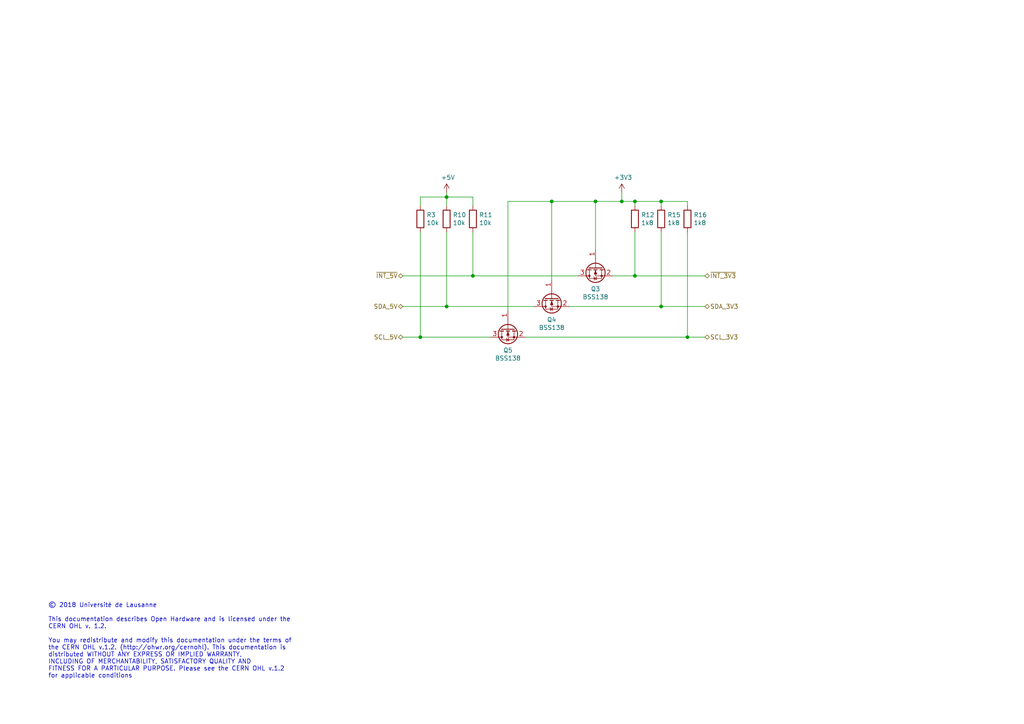
<source format=kicad_sch>
(kicad_sch (version 20231120) (generator "eeschema") (generator_version "8.0")
  (paper "A4")
  (title_block (title "I2C 5V / 3V3 Level Shifter") (date "06/11/2018") (rev "A") (company "Université de Lausanne") (comment 1 "Author: Alexandre Tuleu") (comment 2 "Licensed under the CERN OHL v1.2"))
  (lib_symbols
    (symbol "Device:R" (pin_numbers hide) (pin_names (offset 0))
      (property "Reference" "R" (at 2.032 0 90))
      (property "Value" "R" (at 0 0 90))
      (symbol "R_0_1"
        (rectangle (start -1.016 -2.54) (end 1.016 2.54) (stroke (width 0.254)))
      )
      (symbol "R_1_1"
        (pin passive line (at 0 3.81 270) (length 1.27) (name "~") (number "1"))
        (pin passive line (at 0 -3.81 90) (length 1.27) (name "~") (number "2"))
      )
    )
    (symbol "Transistor_FET:BSS138" (pin_names hide)
      (property "Reference" "Q" (at 5.08 1.905 0))
      (property "Value" "BSS138" (at 5.08 0 0))
      (symbol "BSS138_0_1"
        (polyline (pts (xy 0.254 0) (xy -2.54 0)))
        (polyline (pts (xy 0.254 1.905) (xy 0.254 -1.905)) (stroke (width 0.254)))
        (polyline (pts (xy 0.762 -1.27) (xy 0.762 -2.286)) (stroke (width 0.254)))
        (polyline (pts (xy 0.762 0.508) (xy 0.762 -0.508)) (stroke (width 0.254)))
        (polyline (pts (xy 0.762 2.286) (xy 0.762 1.27)) (stroke (width 0.254)))
        (polyline (pts (xy 2.54 2.54) (xy 2.54 1.778)))
        (polyline (pts (xy 2.54 -2.54) (xy 2.54 0) (xy 0.762 0)))
        (polyline (pts (xy 0.762 -1.778) (xy 3.302 -1.778) (xy 3.302 1.778) (xy 0.762 1.778)))
        (polyline (pts (xy 1.016 0) (xy 2.032 0.381) (xy 2.032 -0.381) (xy 1.016 0)) (fill (type outline)))
        (polyline (pts (xy 2.794 0.508) (xy 2.921 0.381) (xy 3.683 0.381) (xy 3.81 0.254)))
        (polyline (pts (xy 3.302 0.381) (xy 2.921 -0.254) (xy 3.683 -0.254) (xy 3.302 0.381)))
        (circle (center 1.651 0) (radius 2.794) (stroke (width 0.254)))
        (circle (center 2.54 -1.778) (radius 0.254) (fill (type outline)))
        (circle (center 2.54 1.778) (radius 0.254) (fill (type outline)))
      )
      (symbol "BSS138_1_1"
        (pin input line (at -5.08 0 0) (length 2.54) (name "G") (number "1"))
        (pin passive line (at 2.54 -5.08 90) (length 2.54) (name "S") (number "2"))
        (pin passive line (at 2.54 5.08 270) (length 2.54) (name "D") (number "3"))
      )
    )
    (symbol "zeus-rescue:+3V3-power" (power) (pin_names (offset 0))
      (property "Value" "power_+3V3" (at 0 3.556 0))
      (symbol "+3V3-power_0_1"
        (polyline (pts (xy -0.762 1.27) (xy 0 2.54)))
        (polyline (pts (xy 0 0) (xy 0 2.54)))
        (polyline (pts (xy 0 2.54) (xy 0.762 1.27)))
      )
      (symbol "+3V3-power_1_1"
        (pin power_in line (at 0 0 90) (length 0) hide (name "+3V3") (number "1"))
      )
    )
    (symbol "zeus-rescue:+5V-power" (power) (pin_names (offset 0))
      (property "Value" "power_+5V" (at 0 3.556 0))
      (symbol "+5V-power_0_1"
        (polyline (pts (xy -0.762 1.27) (xy 0 2.54)))
        (polyline (pts (xy 0 0) (xy 0 2.54)))
        (polyline (pts (xy 0 2.54) (xy 0.762 1.27)))
      )
      (symbol "+5V-power_1_1"
        (pin power_in line (at 0 0 90) (length 0) hide (name "+5V") (number "1"))
      )
    )
  )
  (junction (at 180.34 58.42))
  (junction (at 129.54 57.15))
  (junction (at 191.77 58.42))
  (junction (at 199.39 97.79))
  (junction (at 184.15 58.42))
  (junction (at 121.92 97.79))
  (junction (at 184.15 80.01))
  (junction (at 172.72 58.42))
  (junction (at 137.16 80.01))
  (junction (at 129.54 88.9))
  (junction (at 160.02 58.42))
  (junction (at 191.77 88.9))
  (wire (pts (xy 191.77 58.42) (xy 199.39 58.42)))
  (wire (pts (xy 199.39 97.79) (xy 204.47 97.79)))
  (wire (pts (xy 152.4 97.79) (xy 199.39 97.79)))
  (wire (pts (xy 129.54 57.15) (xy 129.54 59.69)))
  (wire (pts (xy 180.34 58.42) (xy 180.34 55.88)))
  (wire (pts (xy 160.02 81.28) (xy 160.02 58.42)))
  (wire (pts (xy 116.84 97.79) (xy 121.92 97.79)))
  (wire (pts (xy 172.72 58.42) (xy 180.34 58.42)))
  (wire (pts (xy 116.84 80.01) (xy 137.16 80.01)))
  (wire (pts (xy 191.77 88.9) (xy 204.47 88.9)))
  (wire (pts (xy 129.54 88.9) (xy 154.94 88.9)))
  (wire (pts (xy 184.15 67.31) (xy 184.15 80.01)))
  (wire (pts (xy 137.16 80.01) (xy 137.16 67.31)))
  (wire (pts (xy 184.15 58.42) (xy 184.15 59.69)))
  (wire (pts (xy 129.54 67.31) (xy 129.54 88.9)))
  (wire (pts (xy 121.92 57.15) (xy 129.54 57.15)))
  (wire (pts (xy 129.54 57.15) (xy 129.54 55.88)))
  (wire (pts (xy 191.77 88.9) (xy 165.1 88.9)))
  (wire (pts (xy 199.39 67.31) (xy 199.39 97.79)))
  (wire (pts (xy 191.77 58.42) (xy 191.77 59.69)))
  (wire (pts (xy 180.34 58.42) (xy 184.15 58.42)))
  (wire (pts (xy 204.47 80.01) (xy 184.15 80.01)))
  (wire (pts (xy 129.54 57.15) (xy 137.16 57.15)))
  (wire (pts (xy 147.32 58.42) (xy 160.02 58.42)))
  (wire (pts (xy 184.15 80.01) (xy 177.8 80.01)))
  (wire (pts (xy 160.02 58.42) (xy 172.72 58.42)))
  (wire (pts (xy 184.15 58.42) (xy 191.77 58.42)))
  (wire (pts (xy 116.84 88.9) (xy 129.54 88.9)))
  (wire (pts (xy 142.24 97.79) (xy 121.92 97.79)))
  (wire (pts (xy 121.92 59.69) (xy 121.92 57.15)))
  (wire (pts (xy 147.32 90.17) (xy 147.32 58.42)))
  (wire (pts (xy 167.64 80.01) (xy 137.16 80.01)))
  (wire (pts (xy 199.39 58.42) (xy 199.39 59.69)))
  (wire (pts (xy 121.92 97.79) (xy 121.92 67.31)))
  (wire (pts (xy 172.72 72.39) (xy 172.72 58.42)))
  (wire (pts (xy 191.77 67.31) (xy 191.77 88.9)))
  (wire (pts (xy 137.16 57.15) (xy 137.16 59.69)))
  (text "© 2018 Université de Lausanne\n\nThis documentation describes Open Hardware and is licensed under the\nCERN OHL v. 1.2.\n\nYou may redistribute and modify this documentation under the terms of\nthe CERN OHL v.1.2. (http://ohwr.org/cernohl). This documentation is\ndistributed WITHOUT ANY EXPRESS OR IMPLIED WARRANTY,\nINCLUDING OF MERCHANTABILITY, SATISFACTORY QUALITY AND\nFITNESS FOR A PARTICULAR PURPOSE. Please see the CERN OHL v.1.2\nfor applicable conditions" (at 13.97 196.85 0) (effects (font (size 1.27 1.27)) (justify left bottom)))
  (hierarchical_label "SDA_5V" (shape bidirectional) (at 116.84 88.9 180))
  (hierarchical_label "~{INT_3V3}" (shape bidirectional) (at 204.47 80.01 0))
  (hierarchical_label "SCL_3V3" (shape bidirectional) (at 204.47 97.79 0))
  (hierarchical_label "SDA_3V3" (shape bidirectional) (at 204.47 88.9 0))
  (hierarchical_label "SCL_5V" (shape bidirectional) (at 116.84 97.79 180))
  (hierarchical_label "~{INT_5V}" (shape bidirectional) (at 116.84 80.01 180))
  (symbol (lib_id "Transistor_FET:BSS138") (at 147.32 95.25 90) (mirror x) (unit 1)
    (property "Reference" "Q5" (at 147.32 101.6 90))
    (property "Value" "BSS138" (at 147.32 103.9114 90))
    (property "Footprint" "Package_TO_SOT_SMD:SOT-23" (effects (hide yes)))
    (property "Datasheet" "https://www.fairchildsemi.com/datasheets/BS/BSS138.pdf" (effects (hide yes)))
    (property "Description" "BSS138" (effects (hide yes)))
    (property "MPN" "BSS138" (effects (hide yes)))
  )
  (symbol (lib_id "zeus-rescue:+5V-power") (at 129.54 55.88 0) (unit 1)
    (property "Reference" "#PWR07" (effects (hide yes)))
    (property "Value" "+5V" (at 129.921 51.4858 0))
  )
  (symbol (lib_id "zeus-rescue:+3V3-power") (at 180.34 55.88 0) (unit 1)
    (property "Reference" "#PWR0117" (effects (hide yes)))
    (property "Value" "+3V3" (at 180.721 51.4858 0))
  )
  (symbol (lib_id "Transistor_FET:BSS138") (at 160.02 86.36 90) (mirror x) (unit 1)
    (property "Reference" "Q4" (at 160.02 92.71 90))
    (property "Value" "BSS138" (at 160.02 95.0214 90))
    (property "Footprint" "Package_TO_SOT_SMD:SOT-23" (effects (hide yes)))
    (property "Datasheet" "https://www.fairchildsemi.com/datasheets/BS/BSS138.pdf" (effects (hide yes)))
    (property "Description" "BSS138" (effects (hide yes)))
    (property "MPN" "BSS138" (effects (hide yes)))
  )
  (symbol (lib_id "Transistor_FET:BSS138") (at 172.72 77.47 90) (mirror x) (unit 1)
    (property "Reference" "Q3" (at 172.72 83.82 90))
    (property "Value" "BSS138" (at 172.72 86.1314 90))
    (property "Footprint" "Package_TO_SOT_SMD:SOT-23" (effects (hide yes)))
    (property "Datasheet" "https://www.fairchildsemi.com/datasheets/BS/BSS138.pdf" (effects (hide yes)))
    (property "Description" "BSS138" (effects (hide yes)))
    (property "MPN" "BSS138" (effects (hide yes)))
  )
  (symbol (lib_id "Device:R") (at 121.92 63.5 0) (unit 1)
    (property "Reference" "R3" (at 123.698 62.3316 0) (effects (justify left)))
    (property "Value" "10k" (at 123.698 64.643 0) (effects (justify left)))
    (property "Footprint" "Resistor_SMD:R_0603_1608Metric" (effects (hide yes)))
    (property "Description" "GPR060310K" (effects (hide yes)))
    (property "MPN" "GPR060310K" (effects (hide yes)))
  )
  (symbol (lib_id "Device:R") (at 129.54 63.5 0) (unit 1)
    (property "Reference" "R10" (at 131.318 62.3316 0) (effects (justify left)))
    (property "Value" "10k" (at 131.318 64.643 0) (effects (justify left)))
    (property "Footprint" "Resistor_SMD:R_0603_1608Metric" (effects (hide yes)))
    (property "Description" "GPR060310K" (effects (hide yes)))
    (property "MPN" "GPR060310K" (effects (hide yes)))
  )
  (symbol (lib_id "Device:R") (at 137.16 63.5 0) (unit 1)
    (property "Reference" "R11" (at 138.938 62.3316 0) (effects (justify left)))
    (property "Value" "10k" (at 138.938 64.643 0) (effects (justify left)))
    (property "Footprint" "Resistor_SMD:R_0603_1608Metric" (effects (hide yes)))
    (property "Description" "GPR060310K" (effects (hide yes)))
    (property "MPN" "GPR060310K" (effects (hide yes)))
  )
  (symbol (lib_id "Device:R") (at 184.15 63.5 0) (unit 1)
    (property "Reference" "R12" (at 185.928 62.3316 0) (effects (justify left)))
    (property "Value" "1k8" (at 185.928 64.643 0) (effects (justify left)))
    (property "Footprint" "Resistor_SMD:R_0603_1608Metric" (effects (hide yes)))
    (property "Description" "GPR06031K8" (effects (hide yes)))
    (property "MPN" "GPR06031K8" (effects (hide yes)))
  )
  (symbol (lib_id "Device:R") (at 191.77 63.5 0) (unit 1)
    (property "Reference" "R15" (at 193.548 62.3316 0) (effects (justify left)))
    (property "Value" "1k8" (at 193.548 64.643 0) (effects (justify left)))
    (property "Footprint" "Resistor_SMD:R_0603_1608Metric" (effects (hide yes)))
    (property "Description" "GPR06031K8" (effects (hide yes)))
    (property "MPN" "GPR06031K8" (effects (hide yes)))
  )
  (symbol (lib_id "Device:R") (at 199.39 63.5 0) (unit 1)
    (property "Reference" "R16" (at 201.168 62.3316 0) (effects (justify left)))
    (property "Value" "1k8" (at 201.168 64.643 0) (effects (justify left)))
    (property "Footprint" "Resistor_SMD:R_0603_1608Metric" (effects (hide yes)))
    (property "Description" "GPR06031K8" (effects (hide yes)))
    (property "MPN" "GPR06031K8" (effects (hide yes)))
  )
)
</source>
